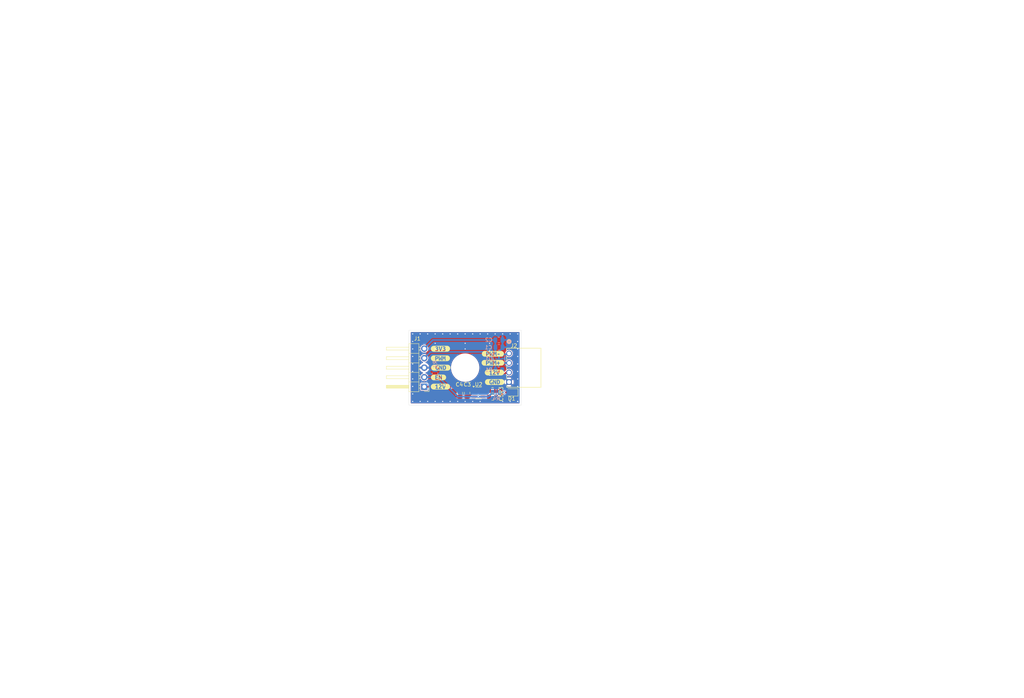
<source format=kicad_pcb>
(kicad_pcb (version 20240108) (generator "pcbnew") (generator_version "8.0")
  (title_block (title "Gate driver transmitter") (date "2025-01-26") (rev "A") (company "KEM, FEI, TUKE") (comment 2 "PCB") (comment 3 "In testing") (comment 4 "EN"))
  (layers (0 "F.Cu" signal) (31 "B.Cu" signal) (34 "B.Paste" user) (35 "F.Paste" user) (36 "B.SilkS" user "B.Silkscreen") (37 "F.SilkS" user "F.Silkscreen") (38 "B.Mask" user) (39 "F.Mask" user) (44 "Edge.Cuts" user))
  (net 0 "")
  (net 1 "+3V3")
  (net 2 "GNDD")
  (net 3 "+12V")
  (net 4 "/GD_control_signal")
  (net 5 "/GD_enable")
  (net 6 "/en_sw_out")
  (net 7 "/en_sw_qod")
  (net 8 "Net-(U2-CT)")
  (net 9 "/PWM+")
  (net 10 "/PWM-")
  (net 11 "/led_k")
  (footprint "Package_TO_SOT_SMD:SOT-23-6" (layer "F.Cu") (at 139.56 116.76)
    (property "Reference" "U2" (at 0.03 -2.3 0) (layer "F.SilkS"))
    (property "Value" "TPS22810DBRV" (hide yes))
    (pad "1" smd roundrect (at -1.1375 -0.95) (size 1.325 0.6) (layers "F.Cu" "F.Paste" "F.Mask") (net 3 "+12V"))
    (pad "2" smd roundrect (at -1.1375 0) (size 1.325 0.6) (layers "F.Cu" "F.Paste" "F.Mask") (net 2 "GNDD"))
    (pad "3" smd roundrect (at -1.1375 0.95) (size 1.325 0.6) (layers "F.Cu" "F.Paste" "F.Mask") (net 5 "/GD_enable"))
    (pad "4" smd roundrect (at 1.1375 0.95) (size 1.325 0.6) (layers "F.Cu" "F.Paste" "F.Mask") (net 8 "Net-(U2-CT)"))
    (pad "5" smd roundrect (at 1.1375 0) (size 1.325 0.6) (layers "F.Cu" "F.Paste" "F.Mask") (net 7 "/en_sw_qod"))
    (pad "6" smd roundrect (at 1.1375 -0.95) (size 1.325 0.6) (layers "F.Cu" "F.Paste" "F.Mask") (net 6 "/en_sw_out"))
  )
  (footprint "kibuzzard-679274A7" (layer "F.Cu") (at 143.8 111.3)
    (property "Reference" "kibuzzard-679274A7" (hide yes))
    (property "Value" "G***" (hide yes))
  )
  (footprint "kibuzzard-679273CA" (layer "F.Cu") (at 128.9 112.6)
    (property "Reference" "kibuzzard-679273CA" (hide yes))
    (property "Value" "G***" (hide yes))
  )
  (footprint "Capacitor_SMD:C_0805_2012Metric" (layer "F.Cu") (at 134.57 116.76 -90)
    (property "Reference" "C4" (at -2.27 0.13 0) (layer "F.SilkS"))
    (property "Value" "1u" (hide yes))
    (pad "1" smd roundrect (at -0.95 0 270) (size 1 1.45) (layers "F.Cu" "F.Paste" "F.Mask") (net 3 "+12V"))
    (pad "2" smd roundrect (at 0.95 0 270) (size 1 1.45) (layers "F.Cu" "F.Paste" "F.Mask") (net 2 "GNDD"))
  )
  (footprint "Capacitor_SMD:C_0805_2012Metric" (layer "F.Cu") (at 136.53 116.76 -90)
    (property "Reference" "C3" (at -2.28 -0.03 180) (layer "F.SilkS"))
    (property "Value" "100n" (hide yes))
    (pad "1" smd roundrect (at -0.95 0 270) (size 1 1.45) (layers "F.Cu" "F.Paste" "F.Mask") (net 3 "+12V"))
    (pad "2" smd roundrect (at 0.95 0 270) (size 1 1.45) (layers "F.Cu" "F.Paste" "F.Mask") (net 2 "GNDD"))
  )
  (footprint "MountingHole:MountingHole_3.2mm_M3" (layer "F.Cu") (at 136 110)
    (property "Reference" "H1" (hide yes))
    (property "Value" "M3" (hide yes))
    (pad "" np_thru_hole circle (at 0 0) (size 3.2 3.2) (drill 3.2) (layers "*.Cu" "*.Mask"))
  )
  (footprint "Connector_PinHeader_2.54mm:PinHeader_1x05_P2.54mm_Horizontal" (layer "F.Cu") (at 125.1 115.075 180)
    (property "Reference" "J1" (at 1.85 12.825 0) (layer "F.SilkS"))
    (property "Value" "GD transmitter input" (hide yes))
    (pad "1" thru_hole rect (at 0 0 180) (size 1.7 1.7) (drill 1) (layers "*.Cu" "*.Mask") (net 3 "+12V"))
    (pad "2" thru_hole oval (at 0 2.54 180) (size 1.7 1.7) (drill 1) (layers "*.Cu" "*.Mask") (net 5 "/GD_enable"))
    (pad "3" thru_hole oval (at 0 5.08 180) (size 1.7 1.7) (drill 1) (layers "*.Cu" "*.Mask") (net 2 "GNDD"))
    (pad "4" thru_hole oval (at 0 7.62 180) (size 1.7 1.7) (drill 1) (layers "*.Cu" "*.Mask") (net 4 "/GD_control_signal"))
    (pad "5" thru_hole oval (at 0 10.16 180) (size 1.7 1.7) (drill 1) (layers "*.Cu" "*.Mask") (net 1 "+3V3"))
  )
  (footprint "LED_SMD:LED_0805_2012Metric" (layer "F.Cu") (at 148.4 116.6 180)
    (property "Reference" "D1" (at 0 -1.65 0) (layer "F.SilkS"))
    (property "Value" "Red on" (hide yes))
    (pad "1" smd roundrect (at -0.9375 0 180) (size 0.975 1.4) (layers "F.Cu" "F.Paste" "F.Mask") (net 2 "GNDD"))
    (pad "2" smd roundrect (at 0.9375 0 180) (size 0.975 1.4) (layers "F.Cu" "F.Paste" "F.Mask") (net 11 "/led_k"))
  )
  (footprint "kibuzzard-679273BE" (layer "F.Cu") (at 129.5 110)
    (property "Reference" "kibuzzard-679273BE" (hide yes))
    (property "Value" "G***" (hide yes))
  )
  (footprint "kibuzzard-679273E3" (layer "F.Cu") (at 129.4 115.05)
    (property "Reference" "kibuzzard-679273E3" (hide yes))
    (property "Value" "G***" (hide yes))
  )
  (footprint "kibuzzard-679273A0" (layer "F.Cu") (at 129.4 104.95)
    (property "Reference" "kibuzzard-679273A0" (hide yes))
    (property "Value" "G***" (hide yes))
  )
  (footprint "ProjectLib:640457-4_TYC" (layer "F.Cu") (at 147.7 106.21 -90)
    (property "Reference" "J2" (at -2.06 -1.3 0) (layer "F.SilkS"))
    (property "Value" "GD_Cable" (hide yes))
    (pad "1" thru_hole circle (at 0 0 270) (size 1.524 1.524) (drill 1.016) (layers "*.Cu" "*.Mask") (net 10 "/PWM-"))
    (pad "2" thru_hole circle (at 2.54 0 270) (size 1.524 1.524) (drill 1.016) (layers "*.Cu" "*.Mask") (net 9 "/PWM+"))
    (pad "3" thru_hole circle (at 5.08 0 270) (size 1.524 1.524) (drill 1.016) (layers "*.Cu" "*.Mask") (net 6 "/en_sw_out"))
    (pad "4" thru_hole circle (at 7.62 0 270) (size 1.524 1.524) (drill 1.016) (layers "*.Cu" "*.Mask") (net 2 "GNDD"))
  )
  (footprint "kibuzzard-679274B3" (layer "F.Cu") (at 143.4 108.7)
    (property "Reference" "kibuzzard-679274B3" (hide yes))
    (property "Value" "G***" (hide yes))
  )
  (footprint "kibuzzard-679273B0" (layer "F.Cu") (at 129.4 107.5)
    (property "Reference" "kibuzzard-679273B0" (hide yes))
    (property "Value" "G***" (hide yes))
  )
  (footprint "kibuzzard-67927495" (layer "F.Cu") (at 143.87 113.83)
    (property "Reference" "kibuzzard-67927495" (hide yes))
    (property "Value" "G***" (hide yes))
  )
  (footprint "Resistor_SMD:R_0805_2012Metric" (layer "F.Cu") (at 143.3 116.02)
    (property "Reference" "R3" (at 2.31 -0.01 90) (layer "F.SilkS"))
    (property "Value" "220R" (hide yes))
    (pad "1" smd roundrect (at -0.9125 0) (size 1.025 1.4) (layers "F.Cu" "F.Paste" "F.Mask") (roundrect_rratio 0.243902) (net 7 "/en_sw_qod"))
    (pad "2" smd roundrect (at 0.9125 0) (size 1.025 1.4) (layers "F.Cu" "F.Paste" "F.Mask") (roundrect_rratio 0.243902) (net 6 "/en_sw_out"))
  )
  (footprint "kibuzzard-679274BF" (layer "F.Cu") (at 143.4 106.3)
    (property "Reference" "kibuzzard-679274BF" (hide yes))
    (property "Value" "G***" (hide yes))
  )
  (footprint "Capacitor_SMD:C_0805_2012Metric" (layer "F.Cu") (at 143.32 117.95)
    (property "Reference" "C5" (at 2.29 0.03 90) (layer "F.SilkS"))
    (property "Value" "6u8" (hide yes))
    (pad "1" smd roundrect (at -0.95 0) (size 1 1.45) (layers "F.Cu" "F.Paste" "F.Mask") (net 8 "Net-(U2-CT)"))
    (pad "2" smd roundrect (at 0.95 0) (size 1 1.45) (layers "F.Cu" "F.Paste" "F.Mask") (net 2 "GNDD"))
  )
  (footprint "Resistor_SMD:R_0805_2012Metric" (layer "B.Cu") (at 144.25 116.6)
    (property "Reference" "R4" (at 0.05 1.65 0) (layer "B.SilkS") (effects (justify mirror)))
    (property "Value" "220R" (hide yes))
    (pad "1" smd roundrect (at -0.9125 0) (size 1.025 1.4) (layers "B.Cu" "B.Paste" "B.Mask") (roundrect_rratio 0.243902) (net 5 "/GD_enable"))
    (pad "2" smd roundrect (at 0.9125 0) (size 1.025 1.4) (layers "B.Cu" "B.Paste" "B.Mask") (roundrect_rratio 0.243902) (net 11 "/led_k"))
  )
  (footprint "Package_TO_SOT_SMD:SOT-23-5" (layer "B.Cu") (at 145 107.6 -90)
    (property "Reference" "U1" (at 0 2.7 180) (layer "B.SilkS") (effects (justify mirror)))
    (property "Value" "DS90LV011A" (hide yes))
    (pad "1" smd roundrect (at -1.1375 0.95 270) (size 1.325 0.6) (layers "B.Cu" "B.Paste" "B.Mask") (net 1 "+3V3"))
    (pad "2" smd roundrect (at -1.1375 0 270) (size 1.325 0.6) (layers "B.Cu" "B.Paste" "B.Mask") (net 2 "GNDD"))
    (pad "3" smd roundrect (at -1.1375 -0.95 270) (size 1.325 0.6) (layers "B.Cu" "B.Paste" "B.Mask") (net 10 "/PWM-"))
    (pad "4" smd roundrect (at 1.1375 -0.95 270) (size 1.325 0.6) (layers "B.Cu" "B.Paste" "B.Mask") (net 9 "/PWM+"))
    (pad "5" smd roundrect (at 1.1375 0.95 270) (size 1.325 0.6) (layers "B.Cu" "B.Paste" "B.Mask") (net 4 "/GD_control_signal"))
  )
  (footprint "Resistor_SMD:R_0805_2012Metric" (layer "B.Cu") (at 144.9725 110.6)
    (property "Reference" "R1" (at -2.6725 0 0) (layer "B.SilkS") (effects (justify mirror)))
    (property "Value" "10k" (hide yes))
    (pad "1" smd roundrect (at -0.9125 0) (size 1.025 1.4) (layers "B.Cu" "B.Paste" "B.Mask") (roundrect_rratio 0.243902) (net 4 "/GD_control_signal"))
    (pad "2" smd roundrect (at 0.9125 0) (size 1.025 1.4) (layers "B.Cu" "B.Paste" "B.Mask") (roundrect_rratio 0.243902) (net 2 "GNDD"))
  )
  (footprint "Capacitor_SMD:C_0805_2012Metric" (layer "B.Cu") (at 144.9925 104.57)
    (property "Reference" "C1" (at -2.7925 0.03 0) (layer "B.SilkS") (effects (justify mirror)))
    (property "Value" "100n" (hide yes))
    (pad "1" smd roundrect (at -0.95 0) (size 1 1.45) (layers "B.Cu" "B.Paste" "B.Mask") (net 1 "+3V3"))
    (pad "2" smd roundrect (at 0.95 0) (size 1 1.45) (layers "B.Cu" "B.Paste" "B.Mask") (net 2 "GNDD"))
  )
  (footprint "Resistor_SMD:R_0805_2012Metric" (layer "B.Cu") (at 127.95 111.55 90)
    (property "Reference" "R2" (at 2.5475 0.0575 90) (layer "B.SilkS") (effects (justify mirror)))
    (property "Value" "10k" (hide yes))
    (pad "1" smd roundrect (at -0.9125 0 90) (size 1.025 1.4) (layers "B.Cu" "B.Paste" "B.Mask") (roundrect_rratio 0.243902) (net 5 "/GD_enable"))
    (pad "2" smd roundrect (at 0.9125 0 90) (size 1.025 1.4) (layers "B.Cu" "B.Paste" "B.Mask") (roundrect_rratio 0.243902) (net 2 "GNDD"))
  )
  (footprint "Capacitor_SMD:C_0805_2012Metric" (layer "B.Cu") (at 144.9925 102.61)
    (property "Reference" "C2" (at -2.6925 -0.01 0) (layer "B.SilkS") (effects (justify mirror)))
    (property "Value" "1u" (hide yes))
    (pad "1" smd roundrect (at -0.95 0) (size 1 1.45) (layers "B.Cu" "B.Paste" "B.Mask") (net 1 "+3V3"))
    (pad "2" smd roundrect (at 0.95 0) (size 1 1.45) (layers "B.Cu" "B.Paste" "B.Mask") (net 2 "GNDD"))
  )
  (gr_rect (start 121 100.01) (end 151 120.01) (stroke (width 0.05)) (fill none) (layer "Edge.Cuts"))
  (segment (start 144.0425 102.61) (end 127.39 102.61) (width 0.5) (layer "B.Cu") (net 1))
  (segment (start 144.0425 106.455) (end 144.05 106.4625) (width 0.5) (layer "B.Cu") (net 1))
  (segment (start 127.39 102.61) (end 125.1 104.9) (width 0.5) (layer "B.Cu") (net 1))
  (segment (start 144.0425 102.61) (end 144.0425 106.455) (width 0.5) (layer "B.Cu") (net 1))
  (segment (start 125.1 104.9) (end 125.1 104.915) (width 0.5) (layer "B.Cu") (net 1))
  (segment (start 136.53 117.71) (end 136.907316 117.71) (width 0.5) (layer "F.Cu") (net 2))
  (segment (start 136.907316 117.71) (end 137.857316 116.76) (width 0.5) (layer "F.Cu") (net 2))
  (via (at 148 101) (size 0.6) (drill 0.3) (layers "F.Cu" "B.Cu") (net 2))
  (via (at 136 119) (size 0.6) (drill 0.3) (layers "F.Cu" "B.Cu") (net 2))
  (via (at 140 119) (size 0.6) (drill 0.3) (layers "F.Cu" "B.Cu") (net 2))
  (via (at 124 101) (size 0.6) (drill 0.3) (layers "F.Cu" "B.Cu") (net 2))
  (via (at 140 101) (size 0.6) (drill 0.3) (layers "F.Cu" "B.Cu") (net 2))
  (via (at 136 101) (size 0.6) (drill 0.3) (layers "F.Cu" "B.Cu") (net 2))
  (via (at 130 119) (size 0.6) (drill 0.3) (layers "F.Cu" "B.Cu") (net 2))
  (via (at 150 111) (size 0.6) (drill 0.3) (layers "F.Cu" "B.Cu") (net 2))
  (via (at 142.5 105.5) (size 0.6) (drill 0.3) (layers "F.Cu" "B.Cu") (net 2))
  (via (at 150 119) (size 0.6) (drill 0.3) (layers "F.Cu" "B.Cu") (net 2))
  (via (at 122 107) (size 0.6) (drill 0.3) (layers "F.Cu" "B.Cu") (net 2))
  (via (at 122 119) (size 0.6) (drill 0.3) (layers "F.Cu" "B.Cu") (net 2))
  (via (at 150 103) (size 0.6) (drill 0.3) (layers "F.Cu" "B.Cu") (net 2))
  (via (at 142.5 112) (size 0.6) (drill 0.3) (layers "F.Cu" "B.Cu") (net 2))
  (via (at 148 119) (size 0.6) (drill 0.3) (layers "F.Cu" "B.Cu") (net 2))
  (via (at 142 101) (size 0.6) (drill 0.3) (layers "F.Cu" "B.Cu") (net 2))
  (via (at 124 119) (size 0.6) (drill 0.3) (layers "F.Cu" "B.Cu") (net 2))
  (via (at 128 101) (size 0.6) (drill 0.3) (layers "F.Cu" "B.Cu") (net 2))
  (via (at 126 119) (size 0.6) (drill 0.3) (layers "F.Cu" "B.Cu") (net 2))
  (via (at 150 115) (size 0.6) (drill 0.3) (layers "F.Cu" "B.Cu") (net 2))
  (via (at 150 101) (size 0.6) (drill 0.3) (layers "F.Cu" "B.Cu") (net 2))
  (via (at 122 103) (size 0.6) (drill 0.3) (layers "F.Cu" "B.Cu") (net 2))
  (via (at 136 105) (size 0.6) (drill 0.3) (layers "F.Cu" "B.Cu") (net 2))
  (via (at 150 119) (size 0.6) (drill 0.3) (layers "F.Cu" "B.Cu") (net 2))
  (via (at 150 113) (size 0.6) (drill 0.3) (layers "F.Cu" "B.Cu") (net 2))
  (via (at 126 101) (size 0.6) (drill 0.3) (layers "F.Cu" "B.Cu") (net 2))
  (via (at 134 119) (size 0.6) (drill 0.3) (layers "F.Cu" "B.Cu") (net 2))
  (via (at 122 115) (size 0.6) (drill 0.3) (layers "F.Cu" "B.Cu") (net 2))
  (via (at 132 119) (size 0.6) (drill 0.3) (layers "F.Cu" "B.Cu") (net 2))
  (via (at 146 101) (size 0.6) (drill 0.3) (layers "F.Cu" "B.Cu") (net 2))
  (via (at 122 105) (size 0.6) (drill 0.3) (layers "F.Cu" "B.Cu") (net 2))
  (via (at 122 109) (size 0.6) (drill 0.3) (layers "F.Cu" "B.Cu") (net 2))
  (via (at 122 101) (size 0.6) (drill 0.3) (layers "F.Cu" "B.Cu") (net 2))
  (via (at 136 103.5) (size 0.6) (drill 0.3) (layers "F.Cu" "B.Cu") (net 2))
  (via (at 122 113) (size 0.6) (drill 0.3) (layers "F.Cu" "B.Cu") (net 2))
  (via (at 150 107) (size 0.6) (drill 0.3) (layers "F.Cu" "B.Cu") (net 2))
  (via (at 128 105) (size 0.6) (drill 0.3) (layers "F.Cu" "B.Cu") (net 2))
  (via (at 150 105) (size 0.6) (drill 0.3) (layers "F.Cu" "B.Cu") (net 2))
  (via (at 150 109) (size 0.6) (drill 0.3) (layers "F.Cu" "B.Cu") (net 2))
  (via (at 144 101) (size 0.6) (drill 0.3) (layers "F.Cu" "B.Cu") (net 2))
  (via (at 122 111) (size 0.6) (drill 0.3) (layers "F.Cu" "B.Cu") (net 2))
  (via (at 122 117) (size 0.6) (drill 0.3) (layers "F.Cu" "B.Cu") (net 2))
  (via (at 142.5 103.5) (size 0.6) (drill 0.3) (layers "F.Cu" "B.Cu") (net 2))
  (via (at 134 101) (size 0.6) (drill 0.3) (layers "F.Cu" "B.Cu") (net 2))
  (via (at 132 101) (size 0.6) (drill 0.3) (layers "F.Cu" "B.Cu") (net 2))
  (via (at 138 119) (size 0.6) (drill 0.3) (layers "F.Cu" "B.Cu") (net 2))
  (via (at 146 119) (size 0.6) (drill 0.3) (layers "F.Cu" "B.Cu") (net 2))
  (via (at 130 101) (size 0.6) (drill 0.3) (layers "F.Cu" "B.Cu") (net 2))
  (via (at 128 119) (size 0.6) (drill 0.3) (layers "F.Cu" "B.Cu") (net 2))
  (via (at 128 103.5) (size 0.6) (drill 0.3) (layers "F.Cu" "B.Cu") (net 2))
  (via (at 142.5 109) (size 0.6) (drill 0.3) (layers "F.Cu" "B.Cu") (net 2))
  (via (at 138 101) (size 0.6) (drill 0.3) (layers "F.Cu" "B.Cu") (net 2))
  (segment (start 145 105.70625) (end 145.9425 104.76375) (width 0.5) (layer "B.Cu") (net 2))
  (segment (start 145 106.4625) (end 145 105.70625) (width 0.5) (layer "B.Cu") (net 2))
  (segment (start 145.9425 104.57) (end 145.9425 102.61) (width 0.5) (layer "B.Cu") (net 2))
  (segment (start 145.9425 104.76375) (end 145.9425 104.57) (width 0.5) (layer "B.Cu") (net 2))
  (segment (start 136.53 115.81) (end 134.57 115.81) (width 0.5) (layer "F.Cu") (net 3))
  (segment (start 133.645 115.075) (end 134.38 115.81) (width 0.5) (layer "F.Cu") (net 3))
  (segment (start 138.4225 115.81) (end 136.53 115.81) (width 0.5) (layer "F.Cu") (net 3))
  (segment (start 125.1 115.075) (end 125.725 114.45) (width 0.5) (layer "F.Cu") (net 3))
  (segment (start 125.1 115.075) (end 133.645 115.075) (width 0.5) (layer "F.Cu") (net 3))
  (segment (start 125.1 115.075) (end 125.325 114.85) (width 0.5) (layer "F.Cu") (net 3))
  (segment (start 134.38 115.81) (end 134.57 115.81) (width 0.5) (layer "F.Cu") (net 3))
  (segment (start 138.877316 115.8) (end 139.4425 115.8) (width 0.5) (layer "F.Cu") (net 3))
  (segment (start 125.1 107.455) (end 126.755 105.8) (width 0.5) (layer "B.Cu") (net 4))
  (segment (start 141.5 105.8) (end 144.05 108.35) (width 0.5) (layer "B.Cu") (net 4))
  (segment (start 126.755 105.8) (end 141.5 105.8) (width 0.5) (layer "B.Cu") (net 4))
  (segment (start 144.06 108.7475) (end 144.05 108.7375) (width 0.5) (layer "B.Cu") (net 4))
  (segment (start 144.06 110.6) (end 144.06 108.7475) (width 0.5) (layer "B.Cu") (net 4))
  (segment (start 144.05 108.35) (end 144.05 108.7375) (width 0.5) (layer "B.Cu") (net 4))
  (segment (start 139.5 117.73) (end 139.48 117.71) (width 0.5) (layer "F.Cu") (net 5))
  (segment (start 139.48 117.71) (end 138.4225 117.71) (width 0.5) (layer "F.Cu") (net 5))
  (via (at 139.5 117.73) (size 0.6) (drill 0.3) (layers "F.Cu" "B.Cu") (net 5))
  (segment (start 142.2075 117.73) (end 143.3375 116.6) (width 0.5) (layer "B.Cu") (net 5))
  (segment (start 125.1 112.535) (end 128.91 112.535) (width 0.5) (layer "B.Cu") (net 5))
  (segment (start 128.91 112.535) (end 134.105 117.73) (width 0.5) (layer "B.Cu") (net 5))
  (segment (start 134.105 117.73) (end 142.2075 117.73) (width 0.5) (layer "B.Cu") (net 5))
  (segment (start 147.7 111.29) (end 146.96 111.29) (width 0.5) (layer "F.Cu") (net 6))
  (segment (start 140.6975 115.81) (end 141.6375 114.87) (width 0.5) (layer "F.Cu") (net 6))
  (segment (start 144.2125 114.0375) (end 144.2125 114.87) (width 0.5) (layer "F.Cu") (net 6))
  (segment (start 146.96 111.29) (end 144.2125 114.0375) (width 0.5) (layer "F.Cu") (net 6))
  (segment (start 144.2125 114.87) (end 144.2125 116.02) (width 0.5) (layer "F.Cu") (net 6))
  (segment (start 141.6375 114.87) (end 144.2125 114.87) (width 0.5) (layer "F.Cu") (net 6))
  (segment (start 141.6475 116.76) (end 142.3875 116.02) (width 0.5) (layer "F.Cu") (net 7))
  (segment (start 140.6975 116.76) (end 141.6475 116.76) (width 0.5) (layer "F.Cu") (net 7))
  (segment (start 140.6975 117.71) (end 142.13 117.71) (width 0.5) (layer "F.Cu") (net 8))
  (segment (start 142.13 117.71) (end 142.37 117.95) (width 0.5) (layer "F.Cu") (net 8))
  (segment (start 147.6875 108.7375) (end 147.7 108.75) (width 0.5) (layer "B.Cu") (net 9))
  (segment (start 145.95 108.7375) (end 147.6875 108.7375) (width 0.5) (layer "B.Cu") (net 9))
  (segment (start 147.7 106.275) (end 147.7 106.21) (width 0.3) (layer "F.Cu") (net 10))
  (segment (start 147.4475 106.4625) (end 147.7 106.21) (width 0.5) (layer "B.Cu") (net 10))
  (segment (start 145.95 106.4625) (end 147.4475 106.4625) (width 0.5) (layer "B.Cu") (net 10))
  (segment (start 147.4625 116.6) (end 146.45 116.6) (width 0.5) (layer "F.Cu") (net 11))
  (via (at 146.45 116.6) (size 0.6) (drill 0.3) (layers "F.Cu" "B.Cu") (net 11))
  (segment (start 145.1625 116.6) (end 146.45 116.6) (width 0.5) (layer "B.Cu") (net 11))
  (zone (net 2) (net_name "GNDD") (layers "F&B.Cu") (connect_pads (clearance 0.25)) (min_thickness 0.25) (fill yes (thermal_gap 0.5) (thermal_bridge_width 0.5))
    (polygon (pts (xy 121.5 100.5) (xy 150.5 100.5) (xy 150.5 119.5) (xy 121.5 119.5)))
  )
  (zone (net 0) (net_name "") (layers "F&B.Cu" "User.4") (connect_pads (clearance 0)) (min_thickness 0.25)
    (keepout (tracks not_allowed) (vias not_allowed) (pads allowed) (copperpour not_allowed) (footprints allowed))
    (fill (thermal_gap 0.5) (thermal_bridge_width 0.5))
    (polygon (pts (xy 139.8 110) (xy 139.780503 109.61556) (xy 139.722214 109.235066) (xy 139.625729 108.86242) (xy 139.49204 108.501448) (xy 139.322517 108.155853) (xy 139.118901 107.829181) (xy 138.883281 107.524785) (xy 138.618074 107.245787) (xy 138.326003 106.995052) (xy 138.010063 106.775152) (xy 137.673498 106.588343) (xy 137.31976 106.436542) (xy 136.95248 106.321307) (xy 136.575426 106.24382) (xy 136.192467 106.204877) (xy 135.807533 106.204877) (xy 135.424574 106.24382) (xy 135.04752 106.321307) (xy 134.68024 106.436542) (xy 134.326502 106.588343) (xy 133.989937 106.775152) (xy 133.673997 106.995052) (xy 133.381926 107.245787) (xy 133.116719 107.524785) (xy 132.881099 107.829181) (xy 132.677483 108.155853) (xy 132.50796 108.501448) (xy 132.374271 108.86242) (xy 132.277786 109.235066) (xy 132.219497 109.61556) (xy 132.2 110) (xy 132.219497 110.38444) (xy 132.277786 110.764934) (xy 132.374271 111.13758) (xy 132.50796 111.498552) (xy 132.677483 111.844147) (xy 132.881099 112.170819) (xy 133.116719 112.475215) (xy 133.381926 112.754213) (xy 133.673997 113.004948) (xy 133.989937 113.224848) (xy 134.326502 113.411657) (xy 134.68024 113.563458) (xy 135.04752 113.678693) (xy 135.424574 113.75618) (xy 135.807533 113.795123) (xy 136.192467 113.795123) (xy 136.575426 113.75618) (xy 136.95248 113.678693) (xy 137.31976 113.563458) (xy 137.673498 113.411657) (xy 138.010063 113.224848) (xy 138.326003 113.004948) (xy 138.618074 112.754213) (xy 138.883281 112.475215) (xy 139.118901 112.170819) (xy 139.322517 111.844147) (xy 139.49204 111.498552) (xy 139.625729 111.13758) (xy 139.722214 110.764934) (xy 139.780503 110.38444)))
  )
)
</source>
